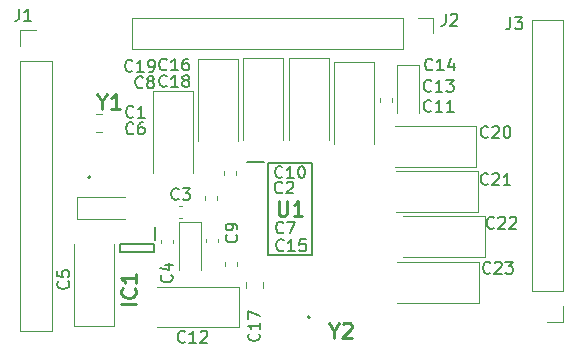
<source format=gbr>
G04 #@! TF.GenerationSoftware,KiCad,Pcbnew,(6.0.5)*
G04 #@! TF.CreationDate,2023-01-29T16:22:37-08:00*
G04 #@! TF.ProjectId,PCM1863,50434d31-3836-4332-9e6b-696361645f70,rev?*
G04 #@! TF.SameCoordinates,Original*
G04 #@! TF.FileFunction,Legend,Top*
G04 #@! TF.FilePolarity,Positive*
%FSLAX46Y46*%
G04 Gerber Fmt 4.6, Leading zero omitted, Abs format (unit mm)*
G04 Created by KiCad (PCBNEW (6.0.5)) date 2023-01-29 16:22:37*
%MOMM*%
%LPD*%
G01*
G04 APERTURE LIST*
%ADD10C,0.254000*%
%ADD11C,0.150000*%
%ADD12C,0.200000*%
%ADD13C,0.120000*%
G04 APERTURE END LIST*
D10*
G04 #@! TO.C,IC1*
X80474523Y-118639761D02*
X79204523Y-118639761D01*
X80353571Y-117309285D02*
X80414047Y-117369761D01*
X80474523Y-117551190D01*
X80474523Y-117672142D01*
X80414047Y-117853571D01*
X80293095Y-117974523D01*
X80172142Y-118035000D01*
X79930238Y-118095476D01*
X79748809Y-118095476D01*
X79506904Y-118035000D01*
X79385952Y-117974523D01*
X79265000Y-117853571D01*
X79204523Y-117672142D01*
X79204523Y-117551190D01*
X79265000Y-117369761D01*
X79325476Y-117309285D01*
X80474523Y-116099761D02*
X80474523Y-116825476D01*
X80474523Y-116462619D02*
X79204523Y-116462619D01*
X79385952Y-116583571D01*
X79506904Y-116704523D01*
X79567380Y-116825476D01*
D11*
G04 #@! TO.C,C6*
X80233333Y-104157142D02*
X80185714Y-104204761D01*
X80042857Y-104252380D01*
X79947619Y-104252380D01*
X79804761Y-104204761D01*
X79709523Y-104109523D01*
X79661904Y-104014285D01*
X79614285Y-103823809D01*
X79614285Y-103680952D01*
X79661904Y-103490476D01*
X79709523Y-103395238D01*
X79804761Y-103300000D01*
X79947619Y-103252380D01*
X80042857Y-103252380D01*
X80185714Y-103300000D01*
X80233333Y-103347619D01*
X81090476Y-103252380D02*
X80900000Y-103252380D01*
X80804761Y-103300000D01*
X80757142Y-103347619D01*
X80661904Y-103490476D01*
X80614285Y-103680952D01*
X80614285Y-104061904D01*
X80661904Y-104157142D01*
X80709523Y-104204761D01*
X80804761Y-104252380D01*
X80995238Y-104252380D01*
X81090476Y-104204761D01*
X81138095Y-104157142D01*
X81185714Y-104061904D01*
X81185714Y-103823809D01*
X81138095Y-103728571D01*
X81090476Y-103680952D01*
X80995238Y-103633333D01*
X80804761Y-103633333D01*
X80709523Y-103680952D01*
X80661904Y-103728571D01*
X80614285Y-103823809D01*
G04 #@! TO.C,C14*
X105557142Y-98757142D02*
X105509523Y-98804761D01*
X105366666Y-98852380D01*
X105271428Y-98852380D01*
X105128571Y-98804761D01*
X105033333Y-98709523D01*
X104985714Y-98614285D01*
X104938095Y-98423809D01*
X104938095Y-98280952D01*
X104985714Y-98090476D01*
X105033333Y-97995238D01*
X105128571Y-97900000D01*
X105271428Y-97852380D01*
X105366666Y-97852380D01*
X105509523Y-97900000D01*
X105557142Y-97947619D01*
X106509523Y-98852380D02*
X105938095Y-98852380D01*
X106223809Y-98852380D02*
X106223809Y-97852380D01*
X106128571Y-97995238D01*
X106033333Y-98090476D01*
X105938095Y-98138095D01*
X107366666Y-98185714D02*
X107366666Y-98852380D01*
X107128571Y-97804761D02*
X106890476Y-98519047D01*
X107509523Y-98519047D01*
G04 #@! TO.C,C18*
X83057142Y-100157142D02*
X83009523Y-100204761D01*
X82866666Y-100252380D01*
X82771428Y-100252380D01*
X82628571Y-100204761D01*
X82533333Y-100109523D01*
X82485714Y-100014285D01*
X82438095Y-99823809D01*
X82438095Y-99680952D01*
X82485714Y-99490476D01*
X82533333Y-99395238D01*
X82628571Y-99300000D01*
X82771428Y-99252380D01*
X82866666Y-99252380D01*
X83009523Y-99300000D01*
X83057142Y-99347619D01*
X84009523Y-100252380D02*
X83438095Y-100252380D01*
X83723809Y-100252380D02*
X83723809Y-99252380D01*
X83628571Y-99395238D01*
X83533333Y-99490476D01*
X83438095Y-99538095D01*
X84580952Y-99680952D02*
X84485714Y-99633333D01*
X84438095Y-99585714D01*
X84390476Y-99490476D01*
X84390476Y-99442857D01*
X84438095Y-99347619D01*
X84485714Y-99300000D01*
X84580952Y-99252380D01*
X84771428Y-99252380D01*
X84866666Y-99300000D01*
X84914285Y-99347619D01*
X84961904Y-99442857D01*
X84961904Y-99490476D01*
X84914285Y-99585714D01*
X84866666Y-99633333D01*
X84771428Y-99680952D01*
X84580952Y-99680952D01*
X84485714Y-99728571D01*
X84438095Y-99776190D01*
X84390476Y-99871428D01*
X84390476Y-100061904D01*
X84438095Y-100157142D01*
X84485714Y-100204761D01*
X84580952Y-100252380D01*
X84771428Y-100252380D01*
X84866666Y-100204761D01*
X84914285Y-100157142D01*
X84961904Y-100061904D01*
X84961904Y-99871428D01*
X84914285Y-99776190D01*
X84866666Y-99728571D01*
X84771428Y-99680952D01*
G04 #@! TO.C,C11*
X105457142Y-102257142D02*
X105409523Y-102304761D01*
X105266666Y-102352380D01*
X105171428Y-102352380D01*
X105028571Y-102304761D01*
X104933333Y-102209523D01*
X104885714Y-102114285D01*
X104838095Y-101923809D01*
X104838095Y-101780952D01*
X104885714Y-101590476D01*
X104933333Y-101495238D01*
X105028571Y-101400000D01*
X105171428Y-101352380D01*
X105266666Y-101352380D01*
X105409523Y-101400000D01*
X105457142Y-101447619D01*
X106409523Y-102352380D02*
X105838095Y-102352380D01*
X106123809Y-102352380D02*
X106123809Y-101352380D01*
X106028571Y-101495238D01*
X105933333Y-101590476D01*
X105838095Y-101638095D01*
X107361904Y-102352380D02*
X106790476Y-102352380D01*
X107076190Y-102352380D02*
X107076190Y-101352380D01*
X106980952Y-101495238D01*
X106885714Y-101590476D01*
X106790476Y-101638095D01*
D10*
G04 #@! TO.C,U1*
X92532380Y-109904523D02*
X92532380Y-110932619D01*
X92592857Y-111053571D01*
X92653333Y-111114047D01*
X92774285Y-111174523D01*
X93016190Y-111174523D01*
X93137142Y-111114047D01*
X93197619Y-111053571D01*
X93258095Y-110932619D01*
X93258095Y-109904523D01*
X94528095Y-111174523D02*
X93802380Y-111174523D01*
X94165238Y-111174523D02*
X94165238Y-109904523D01*
X94044285Y-110085952D01*
X93923333Y-110206904D01*
X93802380Y-110267380D01*
D11*
G04 #@! TO.C,C20*
X110257142Y-104457142D02*
X110209523Y-104504761D01*
X110066666Y-104552380D01*
X109971428Y-104552380D01*
X109828571Y-104504761D01*
X109733333Y-104409523D01*
X109685714Y-104314285D01*
X109638095Y-104123809D01*
X109638095Y-103980952D01*
X109685714Y-103790476D01*
X109733333Y-103695238D01*
X109828571Y-103600000D01*
X109971428Y-103552380D01*
X110066666Y-103552380D01*
X110209523Y-103600000D01*
X110257142Y-103647619D01*
X110638095Y-103647619D02*
X110685714Y-103600000D01*
X110780952Y-103552380D01*
X111019047Y-103552380D01*
X111114285Y-103600000D01*
X111161904Y-103647619D01*
X111209523Y-103742857D01*
X111209523Y-103838095D01*
X111161904Y-103980952D01*
X110590476Y-104552380D01*
X111209523Y-104552380D01*
X111828571Y-103552380D02*
X111923809Y-103552380D01*
X112019047Y-103600000D01*
X112066666Y-103647619D01*
X112114285Y-103742857D01*
X112161904Y-103933333D01*
X112161904Y-104171428D01*
X112114285Y-104361904D01*
X112066666Y-104457142D01*
X112019047Y-104504761D01*
X111923809Y-104552380D01*
X111828571Y-104552380D01*
X111733333Y-104504761D01*
X111685714Y-104457142D01*
X111638095Y-104361904D01*
X111590476Y-104171428D01*
X111590476Y-103933333D01*
X111638095Y-103742857D01*
X111685714Y-103647619D01*
X111733333Y-103600000D01*
X111828571Y-103552380D01*
G04 #@! TO.C,C15*
X92957142Y-114057142D02*
X92909523Y-114104761D01*
X92766666Y-114152380D01*
X92671428Y-114152380D01*
X92528571Y-114104761D01*
X92433333Y-114009523D01*
X92385714Y-113914285D01*
X92338095Y-113723809D01*
X92338095Y-113580952D01*
X92385714Y-113390476D01*
X92433333Y-113295238D01*
X92528571Y-113200000D01*
X92671428Y-113152380D01*
X92766666Y-113152380D01*
X92909523Y-113200000D01*
X92957142Y-113247619D01*
X93909523Y-114152380D02*
X93338095Y-114152380D01*
X93623809Y-114152380D02*
X93623809Y-113152380D01*
X93528571Y-113295238D01*
X93433333Y-113390476D01*
X93338095Y-113438095D01*
X94814285Y-113152380D02*
X94338095Y-113152380D01*
X94290476Y-113628571D01*
X94338095Y-113580952D01*
X94433333Y-113533333D01*
X94671428Y-113533333D01*
X94766666Y-113580952D01*
X94814285Y-113628571D01*
X94861904Y-113723809D01*
X94861904Y-113961904D01*
X94814285Y-114057142D01*
X94766666Y-114104761D01*
X94671428Y-114152380D01*
X94433333Y-114152380D01*
X94338095Y-114104761D01*
X94290476Y-114057142D01*
G04 #@! TO.C,C10*
X92857142Y-107857142D02*
X92809523Y-107904761D01*
X92666666Y-107952380D01*
X92571428Y-107952380D01*
X92428571Y-107904761D01*
X92333333Y-107809523D01*
X92285714Y-107714285D01*
X92238095Y-107523809D01*
X92238095Y-107380952D01*
X92285714Y-107190476D01*
X92333333Y-107095238D01*
X92428571Y-107000000D01*
X92571428Y-106952380D01*
X92666666Y-106952380D01*
X92809523Y-107000000D01*
X92857142Y-107047619D01*
X93809523Y-107952380D02*
X93238095Y-107952380D01*
X93523809Y-107952380D02*
X93523809Y-106952380D01*
X93428571Y-107095238D01*
X93333333Y-107190476D01*
X93238095Y-107238095D01*
X94428571Y-106952380D02*
X94523809Y-106952380D01*
X94619047Y-107000000D01*
X94666666Y-107047619D01*
X94714285Y-107142857D01*
X94761904Y-107333333D01*
X94761904Y-107571428D01*
X94714285Y-107761904D01*
X94666666Y-107857142D01*
X94619047Y-107904761D01*
X94523809Y-107952380D01*
X94428571Y-107952380D01*
X94333333Y-107904761D01*
X94285714Y-107857142D01*
X94238095Y-107761904D01*
X94190476Y-107571428D01*
X94190476Y-107333333D01*
X94238095Y-107142857D01*
X94285714Y-107047619D01*
X94333333Y-107000000D01*
X94428571Y-106952380D01*
G04 #@! TO.C,C8*
X81033333Y-100257142D02*
X80985714Y-100304761D01*
X80842857Y-100352380D01*
X80747619Y-100352380D01*
X80604761Y-100304761D01*
X80509523Y-100209523D01*
X80461904Y-100114285D01*
X80414285Y-99923809D01*
X80414285Y-99780952D01*
X80461904Y-99590476D01*
X80509523Y-99495238D01*
X80604761Y-99400000D01*
X80747619Y-99352380D01*
X80842857Y-99352380D01*
X80985714Y-99400000D01*
X81033333Y-99447619D01*
X81604761Y-99780952D02*
X81509523Y-99733333D01*
X81461904Y-99685714D01*
X81414285Y-99590476D01*
X81414285Y-99542857D01*
X81461904Y-99447619D01*
X81509523Y-99400000D01*
X81604761Y-99352380D01*
X81795238Y-99352380D01*
X81890476Y-99400000D01*
X81938095Y-99447619D01*
X81985714Y-99542857D01*
X81985714Y-99590476D01*
X81938095Y-99685714D01*
X81890476Y-99733333D01*
X81795238Y-99780952D01*
X81604761Y-99780952D01*
X81509523Y-99828571D01*
X81461904Y-99876190D01*
X81414285Y-99971428D01*
X81414285Y-100161904D01*
X81461904Y-100257142D01*
X81509523Y-100304761D01*
X81604761Y-100352380D01*
X81795238Y-100352380D01*
X81890476Y-100304761D01*
X81938095Y-100257142D01*
X81985714Y-100161904D01*
X81985714Y-99971428D01*
X81938095Y-99876190D01*
X81890476Y-99828571D01*
X81795238Y-99780952D01*
G04 #@! TO.C,J1*
X70566666Y-93652380D02*
X70566666Y-94366666D01*
X70519047Y-94509523D01*
X70423809Y-94604761D01*
X70280952Y-94652380D01*
X70185714Y-94652380D01*
X71566666Y-94652380D02*
X70995238Y-94652380D01*
X71280952Y-94652380D02*
X71280952Y-93652380D01*
X71185714Y-93795238D01*
X71090476Y-93890476D01*
X70995238Y-93938095D01*
G04 #@! TO.C,C5*
X74707142Y-116716666D02*
X74754761Y-116764285D01*
X74802380Y-116907142D01*
X74802380Y-117002380D01*
X74754761Y-117145238D01*
X74659523Y-117240476D01*
X74564285Y-117288095D01*
X74373809Y-117335714D01*
X74230952Y-117335714D01*
X74040476Y-117288095D01*
X73945238Y-117240476D01*
X73850000Y-117145238D01*
X73802380Y-117002380D01*
X73802380Y-116907142D01*
X73850000Y-116764285D01*
X73897619Y-116716666D01*
X73802380Y-115811904D02*
X73802380Y-116288095D01*
X74278571Y-116335714D01*
X74230952Y-116288095D01*
X74183333Y-116192857D01*
X74183333Y-115954761D01*
X74230952Y-115859523D01*
X74278571Y-115811904D01*
X74373809Y-115764285D01*
X74611904Y-115764285D01*
X74707142Y-115811904D01*
X74754761Y-115859523D01*
X74802380Y-115954761D01*
X74802380Y-116192857D01*
X74754761Y-116288095D01*
X74707142Y-116335714D01*
G04 #@! TO.C,J3*
X112166666Y-94352380D02*
X112166666Y-95066666D01*
X112119047Y-95209523D01*
X112023809Y-95304761D01*
X111880952Y-95352380D01*
X111785714Y-95352380D01*
X112547619Y-94352380D02*
X113166666Y-94352380D01*
X112833333Y-94733333D01*
X112976190Y-94733333D01*
X113071428Y-94780952D01*
X113119047Y-94828571D01*
X113166666Y-94923809D01*
X113166666Y-95161904D01*
X113119047Y-95257142D01*
X113071428Y-95304761D01*
X112976190Y-95352380D01*
X112690476Y-95352380D01*
X112595238Y-95304761D01*
X112547619Y-95257142D01*
G04 #@! TO.C,C4*
X83457142Y-116166666D02*
X83504761Y-116214285D01*
X83552380Y-116357142D01*
X83552380Y-116452380D01*
X83504761Y-116595238D01*
X83409523Y-116690476D01*
X83314285Y-116738095D01*
X83123809Y-116785714D01*
X82980952Y-116785714D01*
X82790476Y-116738095D01*
X82695238Y-116690476D01*
X82600000Y-116595238D01*
X82552380Y-116452380D01*
X82552380Y-116357142D01*
X82600000Y-116214285D01*
X82647619Y-116166666D01*
X82885714Y-115309523D02*
X83552380Y-115309523D01*
X82504761Y-115547619D02*
X83219047Y-115785714D01*
X83219047Y-115166666D01*
G04 #@! TO.C,C9*
X88957142Y-112766666D02*
X89004761Y-112814285D01*
X89052380Y-112957142D01*
X89052380Y-113052380D01*
X89004761Y-113195238D01*
X88909523Y-113290476D01*
X88814285Y-113338095D01*
X88623809Y-113385714D01*
X88480952Y-113385714D01*
X88290476Y-113338095D01*
X88195238Y-113290476D01*
X88100000Y-113195238D01*
X88052380Y-113052380D01*
X88052380Y-112957142D01*
X88100000Y-112814285D01*
X88147619Y-112766666D01*
X89052380Y-112290476D02*
X89052380Y-112100000D01*
X89004761Y-112004761D01*
X88957142Y-111957142D01*
X88814285Y-111861904D01*
X88623809Y-111814285D01*
X88242857Y-111814285D01*
X88147619Y-111861904D01*
X88100000Y-111909523D01*
X88052380Y-112004761D01*
X88052380Y-112195238D01*
X88100000Y-112290476D01*
X88147619Y-112338095D01*
X88242857Y-112385714D01*
X88480952Y-112385714D01*
X88576190Y-112338095D01*
X88623809Y-112290476D01*
X88671428Y-112195238D01*
X88671428Y-112004761D01*
X88623809Y-111909523D01*
X88576190Y-111861904D01*
X88480952Y-111814285D01*
G04 #@! TO.C,C17*
X90857142Y-121142857D02*
X90904761Y-121190476D01*
X90952380Y-121333333D01*
X90952380Y-121428571D01*
X90904761Y-121571428D01*
X90809523Y-121666666D01*
X90714285Y-121714285D01*
X90523809Y-121761904D01*
X90380952Y-121761904D01*
X90190476Y-121714285D01*
X90095238Y-121666666D01*
X90000000Y-121571428D01*
X89952380Y-121428571D01*
X89952380Y-121333333D01*
X90000000Y-121190476D01*
X90047619Y-121142857D01*
X90952380Y-120190476D02*
X90952380Y-120761904D01*
X90952380Y-120476190D02*
X89952380Y-120476190D01*
X90095238Y-120571428D01*
X90190476Y-120666666D01*
X90238095Y-120761904D01*
X89952380Y-119857142D02*
X89952380Y-119190476D01*
X90952380Y-119619047D01*
D10*
G04 #@! TO.C,Y1*
X77595238Y-101469761D02*
X77595238Y-102074523D01*
X77171904Y-100804523D02*
X77595238Y-101469761D01*
X78018571Y-100804523D01*
X79107142Y-102074523D02*
X78381428Y-102074523D01*
X78744285Y-102074523D02*
X78744285Y-100804523D01*
X78623333Y-100985952D01*
X78502380Y-101106904D01*
X78381428Y-101167380D01*
D11*
G04 #@! TO.C,J2*
X106666666Y-94052380D02*
X106666666Y-94766666D01*
X106619047Y-94909523D01*
X106523809Y-95004761D01*
X106380952Y-95052380D01*
X106285714Y-95052380D01*
X107095238Y-94147619D02*
X107142857Y-94100000D01*
X107238095Y-94052380D01*
X107476190Y-94052380D01*
X107571428Y-94100000D01*
X107619047Y-94147619D01*
X107666666Y-94242857D01*
X107666666Y-94338095D01*
X107619047Y-94480952D01*
X107047619Y-95052380D01*
X107666666Y-95052380D01*
G04 #@! TO.C,C19*
X80157142Y-98857142D02*
X80109523Y-98904761D01*
X79966666Y-98952380D01*
X79871428Y-98952380D01*
X79728571Y-98904761D01*
X79633333Y-98809523D01*
X79585714Y-98714285D01*
X79538095Y-98523809D01*
X79538095Y-98380952D01*
X79585714Y-98190476D01*
X79633333Y-98095238D01*
X79728571Y-98000000D01*
X79871428Y-97952380D01*
X79966666Y-97952380D01*
X80109523Y-98000000D01*
X80157142Y-98047619D01*
X81109523Y-98952380D02*
X80538095Y-98952380D01*
X80823809Y-98952380D02*
X80823809Y-97952380D01*
X80728571Y-98095238D01*
X80633333Y-98190476D01*
X80538095Y-98238095D01*
X81585714Y-98952380D02*
X81776190Y-98952380D01*
X81871428Y-98904761D01*
X81919047Y-98857142D01*
X82014285Y-98714285D01*
X82061904Y-98523809D01*
X82061904Y-98142857D01*
X82014285Y-98047619D01*
X81966666Y-98000000D01*
X81871428Y-97952380D01*
X81680952Y-97952380D01*
X81585714Y-98000000D01*
X81538095Y-98047619D01*
X81490476Y-98142857D01*
X81490476Y-98380952D01*
X81538095Y-98476190D01*
X81585714Y-98523809D01*
X81680952Y-98571428D01*
X81871428Y-98571428D01*
X81966666Y-98523809D01*
X82014285Y-98476190D01*
X82061904Y-98380952D01*
G04 #@! TO.C,C3*
X84070833Y-109727142D02*
X84023214Y-109774761D01*
X83880357Y-109822380D01*
X83785119Y-109822380D01*
X83642261Y-109774761D01*
X83547023Y-109679523D01*
X83499404Y-109584285D01*
X83451785Y-109393809D01*
X83451785Y-109250952D01*
X83499404Y-109060476D01*
X83547023Y-108965238D01*
X83642261Y-108870000D01*
X83785119Y-108822380D01*
X83880357Y-108822380D01*
X84023214Y-108870000D01*
X84070833Y-108917619D01*
X84404166Y-108822380D02*
X85023214Y-108822380D01*
X84689880Y-109203333D01*
X84832738Y-109203333D01*
X84927976Y-109250952D01*
X84975595Y-109298571D01*
X85023214Y-109393809D01*
X85023214Y-109631904D01*
X84975595Y-109727142D01*
X84927976Y-109774761D01*
X84832738Y-109822380D01*
X84547023Y-109822380D01*
X84451785Y-109774761D01*
X84404166Y-109727142D01*
G04 #@! TO.C,C23*
X110457142Y-115957142D02*
X110409523Y-116004761D01*
X110266666Y-116052380D01*
X110171428Y-116052380D01*
X110028571Y-116004761D01*
X109933333Y-115909523D01*
X109885714Y-115814285D01*
X109838095Y-115623809D01*
X109838095Y-115480952D01*
X109885714Y-115290476D01*
X109933333Y-115195238D01*
X110028571Y-115100000D01*
X110171428Y-115052380D01*
X110266666Y-115052380D01*
X110409523Y-115100000D01*
X110457142Y-115147619D01*
X110838095Y-115147619D02*
X110885714Y-115100000D01*
X110980952Y-115052380D01*
X111219047Y-115052380D01*
X111314285Y-115100000D01*
X111361904Y-115147619D01*
X111409523Y-115242857D01*
X111409523Y-115338095D01*
X111361904Y-115480952D01*
X110790476Y-116052380D01*
X111409523Y-116052380D01*
X111742857Y-115052380D02*
X112361904Y-115052380D01*
X112028571Y-115433333D01*
X112171428Y-115433333D01*
X112266666Y-115480952D01*
X112314285Y-115528571D01*
X112361904Y-115623809D01*
X112361904Y-115861904D01*
X112314285Y-115957142D01*
X112266666Y-116004761D01*
X112171428Y-116052380D01*
X111885714Y-116052380D01*
X111790476Y-116004761D01*
X111742857Y-115957142D01*
G04 #@! TO.C,C13*
X105457142Y-100557142D02*
X105409523Y-100604761D01*
X105266666Y-100652380D01*
X105171428Y-100652380D01*
X105028571Y-100604761D01*
X104933333Y-100509523D01*
X104885714Y-100414285D01*
X104838095Y-100223809D01*
X104838095Y-100080952D01*
X104885714Y-99890476D01*
X104933333Y-99795238D01*
X105028571Y-99700000D01*
X105171428Y-99652380D01*
X105266666Y-99652380D01*
X105409523Y-99700000D01*
X105457142Y-99747619D01*
X106409523Y-100652380D02*
X105838095Y-100652380D01*
X106123809Y-100652380D02*
X106123809Y-99652380D01*
X106028571Y-99795238D01*
X105933333Y-99890476D01*
X105838095Y-99938095D01*
X106742857Y-99652380D02*
X107361904Y-99652380D01*
X107028571Y-100033333D01*
X107171428Y-100033333D01*
X107266666Y-100080952D01*
X107314285Y-100128571D01*
X107361904Y-100223809D01*
X107361904Y-100461904D01*
X107314285Y-100557142D01*
X107266666Y-100604761D01*
X107171428Y-100652380D01*
X106885714Y-100652380D01*
X106790476Y-100604761D01*
X106742857Y-100557142D01*
G04 #@! TO.C,C16*
X83057142Y-98757142D02*
X83009523Y-98804761D01*
X82866666Y-98852380D01*
X82771428Y-98852380D01*
X82628571Y-98804761D01*
X82533333Y-98709523D01*
X82485714Y-98614285D01*
X82438095Y-98423809D01*
X82438095Y-98280952D01*
X82485714Y-98090476D01*
X82533333Y-97995238D01*
X82628571Y-97900000D01*
X82771428Y-97852380D01*
X82866666Y-97852380D01*
X83009523Y-97900000D01*
X83057142Y-97947619D01*
X84009523Y-98852380D02*
X83438095Y-98852380D01*
X83723809Y-98852380D02*
X83723809Y-97852380D01*
X83628571Y-97995238D01*
X83533333Y-98090476D01*
X83438095Y-98138095D01*
X84866666Y-97852380D02*
X84676190Y-97852380D01*
X84580952Y-97900000D01*
X84533333Y-97947619D01*
X84438095Y-98090476D01*
X84390476Y-98280952D01*
X84390476Y-98661904D01*
X84438095Y-98757142D01*
X84485714Y-98804761D01*
X84580952Y-98852380D01*
X84771428Y-98852380D01*
X84866666Y-98804761D01*
X84914285Y-98757142D01*
X84961904Y-98661904D01*
X84961904Y-98423809D01*
X84914285Y-98328571D01*
X84866666Y-98280952D01*
X84771428Y-98233333D01*
X84580952Y-98233333D01*
X84485714Y-98280952D01*
X84438095Y-98328571D01*
X84390476Y-98423809D01*
D10*
G04 #@! TO.C,Y2*
X97195238Y-120869761D02*
X97195238Y-121474523D01*
X96771904Y-120204523D02*
X97195238Y-120869761D01*
X97618571Y-120204523D01*
X97981428Y-120325476D02*
X98041904Y-120265000D01*
X98162857Y-120204523D01*
X98465238Y-120204523D01*
X98586190Y-120265000D01*
X98646666Y-120325476D01*
X98707142Y-120446428D01*
X98707142Y-120567380D01*
X98646666Y-120748809D01*
X97920952Y-121474523D01*
X98707142Y-121474523D01*
D11*
G04 #@! TO.C,C22*
X110757142Y-112157142D02*
X110709523Y-112204761D01*
X110566666Y-112252380D01*
X110471428Y-112252380D01*
X110328571Y-112204761D01*
X110233333Y-112109523D01*
X110185714Y-112014285D01*
X110138095Y-111823809D01*
X110138095Y-111680952D01*
X110185714Y-111490476D01*
X110233333Y-111395238D01*
X110328571Y-111300000D01*
X110471428Y-111252380D01*
X110566666Y-111252380D01*
X110709523Y-111300000D01*
X110757142Y-111347619D01*
X111138095Y-111347619D02*
X111185714Y-111300000D01*
X111280952Y-111252380D01*
X111519047Y-111252380D01*
X111614285Y-111300000D01*
X111661904Y-111347619D01*
X111709523Y-111442857D01*
X111709523Y-111538095D01*
X111661904Y-111680952D01*
X111090476Y-112252380D01*
X111709523Y-112252380D01*
X112090476Y-111347619D02*
X112138095Y-111300000D01*
X112233333Y-111252380D01*
X112471428Y-111252380D01*
X112566666Y-111300000D01*
X112614285Y-111347619D01*
X112661904Y-111442857D01*
X112661904Y-111538095D01*
X112614285Y-111680952D01*
X112042857Y-112252380D01*
X112661904Y-112252380D01*
G04 #@! TO.C,C12*
X84607142Y-121807142D02*
X84559523Y-121854761D01*
X84416666Y-121902380D01*
X84321428Y-121902380D01*
X84178571Y-121854761D01*
X84083333Y-121759523D01*
X84035714Y-121664285D01*
X83988095Y-121473809D01*
X83988095Y-121330952D01*
X84035714Y-121140476D01*
X84083333Y-121045238D01*
X84178571Y-120950000D01*
X84321428Y-120902380D01*
X84416666Y-120902380D01*
X84559523Y-120950000D01*
X84607142Y-120997619D01*
X85559523Y-121902380D02*
X84988095Y-121902380D01*
X85273809Y-121902380D02*
X85273809Y-120902380D01*
X85178571Y-121045238D01*
X85083333Y-121140476D01*
X84988095Y-121188095D01*
X85940476Y-120997619D02*
X85988095Y-120950000D01*
X86083333Y-120902380D01*
X86321428Y-120902380D01*
X86416666Y-120950000D01*
X86464285Y-120997619D01*
X86511904Y-121092857D01*
X86511904Y-121188095D01*
X86464285Y-121330952D01*
X85892857Y-121902380D01*
X86511904Y-121902380D01*
G04 #@! TO.C,C1*
X80233333Y-102757142D02*
X80185714Y-102804761D01*
X80042857Y-102852380D01*
X79947619Y-102852380D01*
X79804761Y-102804761D01*
X79709523Y-102709523D01*
X79661904Y-102614285D01*
X79614285Y-102423809D01*
X79614285Y-102280952D01*
X79661904Y-102090476D01*
X79709523Y-101995238D01*
X79804761Y-101900000D01*
X79947619Y-101852380D01*
X80042857Y-101852380D01*
X80185714Y-101900000D01*
X80233333Y-101947619D01*
X81185714Y-102852380D02*
X80614285Y-102852380D01*
X80900000Y-102852380D02*
X80900000Y-101852380D01*
X80804761Y-101995238D01*
X80709523Y-102090476D01*
X80614285Y-102138095D01*
G04 #@! TO.C,C7*
X92933333Y-112557142D02*
X92885714Y-112604761D01*
X92742857Y-112652380D01*
X92647619Y-112652380D01*
X92504761Y-112604761D01*
X92409523Y-112509523D01*
X92361904Y-112414285D01*
X92314285Y-112223809D01*
X92314285Y-112080952D01*
X92361904Y-111890476D01*
X92409523Y-111795238D01*
X92504761Y-111700000D01*
X92647619Y-111652380D01*
X92742857Y-111652380D01*
X92885714Y-111700000D01*
X92933333Y-111747619D01*
X93266666Y-111652380D02*
X93933333Y-111652380D01*
X93504761Y-112652380D01*
G04 #@! TO.C,C2*
X92833333Y-109157142D02*
X92785714Y-109204761D01*
X92642857Y-109252380D01*
X92547619Y-109252380D01*
X92404761Y-109204761D01*
X92309523Y-109109523D01*
X92261904Y-109014285D01*
X92214285Y-108823809D01*
X92214285Y-108680952D01*
X92261904Y-108490476D01*
X92309523Y-108395238D01*
X92404761Y-108300000D01*
X92547619Y-108252380D01*
X92642857Y-108252380D01*
X92785714Y-108300000D01*
X92833333Y-108347619D01*
X93214285Y-108347619D02*
X93261904Y-108300000D01*
X93357142Y-108252380D01*
X93595238Y-108252380D01*
X93690476Y-108300000D01*
X93738095Y-108347619D01*
X93785714Y-108442857D01*
X93785714Y-108538095D01*
X93738095Y-108680952D01*
X93166666Y-109252380D01*
X93785714Y-109252380D01*
G04 #@! TO.C,C21*
X110257142Y-108457142D02*
X110209523Y-108504761D01*
X110066666Y-108552380D01*
X109971428Y-108552380D01*
X109828571Y-108504761D01*
X109733333Y-108409523D01*
X109685714Y-108314285D01*
X109638095Y-108123809D01*
X109638095Y-107980952D01*
X109685714Y-107790476D01*
X109733333Y-107695238D01*
X109828571Y-107600000D01*
X109971428Y-107552380D01*
X110066666Y-107552380D01*
X110209523Y-107600000D01*
X110257142Y-107647619D01*
X110638095Y-107647619D02*
X110685714Y-107600000D01*
X110780952Y-107552380D01*
X111019047Y-107552380D01*
X111114285Y-107600000D01*
X111161904Y-107647619D01*
X111209523Y-107742857D01*
X111209523Y-107838095D01*
X111161904Y-107980952D01*
X110590476Y-108552380D01*
X111209523Y-108552380D01*
X112161904Y-108552380D02*
X111590476Y-108552380D01*
X111876190Y-108552380D02*
X111876190Y-107552380D01*
X111780952Y-107695238D01*
X111685714Y-107790476D01*
X111590476Y-107838095D01*
D12*
G04 #@! TO.C,IC1*
X79100000Y-114225000D02*
X79100000Y-113575000D01*
X82000000Y-114225000D02*
X79100000Y-114225000D01*
X82000000Y-113575000D02*
X82000000Y-114225000D01*
X82050000Y-112075000D02*
X82050000Y-113225000D01*
X79100000Y-113575000D02*
X82000000Y-113575000D01*
D13*
G04 #@! TO.C,C6*
X79562500Y-109565000D02*
X75477500Y-109565000D01*
X75477500Y-111435000D02*
X79562500Y-111435000D01*
X75477500Y-109565000D02*
X75477500Y-111435000D01*
G04 #@! TO.C,C14*
X100610000Y-105050000D02*
X100610000Y-98115000D01*
X100610000Y-98115000D02*
X97190000Y-98115000D01*
X97190000Y-98115000D02*
X97190000Y-105050000D01*
G04 #@! TO.C,C18*
X92910000Y-97815000D02*
X89490000Y-97815000D01*
X89490000Y-97815000D02*
X89490000Y-104750000D01*
X92910000Y-104750000D02*
X92910000Y-97815000D01*
G04 #@! TO.C,C11*
X104435000Y-98377500D02*
X102565000Y-98377500D01*
X104435000Y-102462500D02*
X104435000Y-98377500D01*
X102565000Y-98377500D02*
X102565000Y-102462500D01*
D12*
G04 #@! TO.C,U1*
X89825000Y-106600000D02*
X91300000Y-106600000D01*
X91650000Y-114500000D02*
X91650000Y-106700000D01*
X95350000Y-114500000D02*
X91650000Y-114500000D01*
X91650000Y-106700000D02*
X95350000Y-106700000D01*
X95350000Y-106700000D02*
X95350000Y-114500000D01*
D13*
G04 #@! TO.C,C20*
X109285000Y-107010000D02*
X109285000Y-103590000D01*
X109285000Y-103590000D02*
X102350000Y-103590000D01*
X102350000Y-107010000D02*
X109285000Y-107010000D01*
G04 #@! TO.C,C15*
X87990000Y-115383767D02*
X87990000Y-115091233D01*
X89010000Y-115383767D02*
X89010000Y-115091233D01*
G04 #@! TO.C,C10*
X87890000Y-107391233D02*
X87890000Y-107683767D01*
X88910000Y-107391233D02*
X88910000Y-107683767D01*
G04 #@! TO.C,C8*
X85310000Y-107550000D02*
X85310000Y-100615000D01*
X81890000Y-100615000D02*
X81890000Y-107550000D01*
X85310000Y-100615000D02*
X81890000Y-100615000D01*
G04 #@! TO.C,J1*
X70670000Y-96740000D02*
X70670000Y-95410000D01*
X70670000Y-95410000D02*
X72000000Y-95410000D01*
X70670000Y-98010000D02*
X73330000Y-98010000D01*
X70670000Y-98010000D02*
X70670000Y-120930000D01*
X73330000Y-98010000D02*
X73330000Y-120930000D01*
X70670000Y-120930000D02*
X73330000Y-120930000D01*
G04 #@! TO.C,C5*
X75190000Y-120485000D02*
X78610000Y-120485000D01*
X78610000Y-120485000D02*
X78610000Y-113550000D01*
X75190000Y-113550000D02*
X75190000Y-120485000D01*
G04 #@! TO.C,J3*
X116630000Y-117530000D02*
X113970000Y-117530000D01*
X116630000Y-118800000D02*
X116630000Y-120130000D01*
X116630000Y-94610000D02*
X113970000Y-94610000D01*
X116630000Y-120130000D02*
X115300000Y-120130000D01*
X113970000Y-117530000D02*
X113970000Y-94610000D01*
X116630000Y-117530000D02*
X116630000Y-94610000D01*
G04 #@! TO.C,C4*
X82590000Y-113483767D02*
X82590000Y-113191233D01*
X83610000Y-113483767D02*
X83610000Y-113191233D01*
G04 #@! TO.C,C9*
X86390000Y-113116233D02*
X86390000Y-113408767D01*
X87410000Y-113116233D02*
X87410000Y-113408767D01*
G04 #@! TO.C,C17*
X91235000Y-116776248D02*
X91235000Y-117298752D01*
X89765000Y-116776248D02*
X89765000Y-117298752D01*
D12*
G04 #@! TO.C,Y1*
X76400000Y-107875000D02*
X76400000Y-107875000D01*
X76600000Y-107875000D02*
X76600000Y-107875000D01*
X76400000Y-107875000D02*
G75*
G03*
X76600000Y-107875000I100000J0D01*
G01*
X76600000Y-107875000D02*
G75*
G03*
X76400000Y-107875000I-100000J0D01*
G01*
D13*
G04 #@! TO.C,J2*
X105630000Y-94370000D02*
X105630000Y-95700000D01*
X103030000Y-97030000D02*
X80110000Y-97030000D01*
X80110000Y-94370000D02*
X80110000Y-97030000D01*
X104300000Y-94370000D02*
X105630000Y-94370000D01*
X103030000Y-94370000D02*
X80110000Y-94370000D01*
X103030000Y-94370000D02*
X103030000Y-97030000D01*
G04 #@! TO.C,C19*
X85690000Y-97865000D02*
X85690000Y-104800000D01*
X89110000Y-104800000D02*
X89110000Y-97865000D01*
X89110000Y-97865000D02*
X85690000Y-97865000D01*
G04 #@! TO.C,C3*
X84091233Y-110290000D02*
X84383767Y-110290000D01*
X84091233Y-111310000D02*
X84383767Y-111310000D01*
G04 #@! TO.C,C23*
X109485000Y-115090000D02*
X102550000Y-115090000D01*
X102550000Y-118510000D02*
X109485000Y-118510000D01*
X109485000Y-118510000D02*
X109485000Y-115090000D01*
G04 #@! TO.C,C13*
X102110000Y-101191233D02*
X102110000Y-101483767D01*
X101090000Y-101191233D02*
X101090000Y-101483767D01*
G04 #@! TO.C,C16*
X93390000Y-97765000D02*
X93390000Y-104700000D01*
X96810000Y-104700000D02*
X96810000Y-97765000D01*
X96810000Y-97765000D02*
X93390000Y-97765000D01*
D12*
G04 #@! TO.C,Y2*
X95075000Y-119650000D02*
X95075000Y-119650000D01*
X95075000Y-119850000D02*
X95075000Y-119850000D01*
X95075000Y-119650000D02*
G75*
G03*
X95075000Y-119850000I0J-100000D01*
G01*
X95075000Y-119850000D02*
G75*
G03*
X95075000Y-119650000I0J100000D01*
G01*
D13*
G04 #@! TO.C,C22*
X109985000Y-111190000D02*
X103050000Y-111190000D01*
X109985000Y-114610000D02*
X109985000Y-111190000D01*
X103050000Y-114610000D02*
X109985000Y-114610000D01*
G04 #@! TO.C,C12*
X89185000Y-117190000D02*
X82250000Y-117190000D01*
X82250000Y-120610000D02*
X89185000Y-120610000D01*
X89185000Y-120610000D02*
X89185000Y-117190000D01*
G04 #@! TO.C,C1*
X77623752Y-102565000D02*
X77101248Y-102565000D01*
X77623752Y-104035000D02*
X77101248Y-104035000D01*
G04 #@! TO.C,C7*
X85935000Y-111652500D02*
X84065000Y-111652500D01*
X84065000Y-111652500D02*
X84065000Y-115737500D01*
X85935000Y-115737500D02*
X85935000Y-111652500D01*
G04 #@! TO.C,C2*
X87310000Y-109491233D02*
X87310000Y-109783767D01*
X86290000Y-109491233D02*
X86290000Y-109783767D01*
G04 #@! TO.C,C21*
X109435000Y-107390000D02*
X102500000Y-107390000D01*
X102500000Y-110810000D02*
X109435000Y-110810000D01*
X109435000Y-110810000D02*
X109435000Y-107390000D01*
G04 #@! TD*
M02*

</source>
